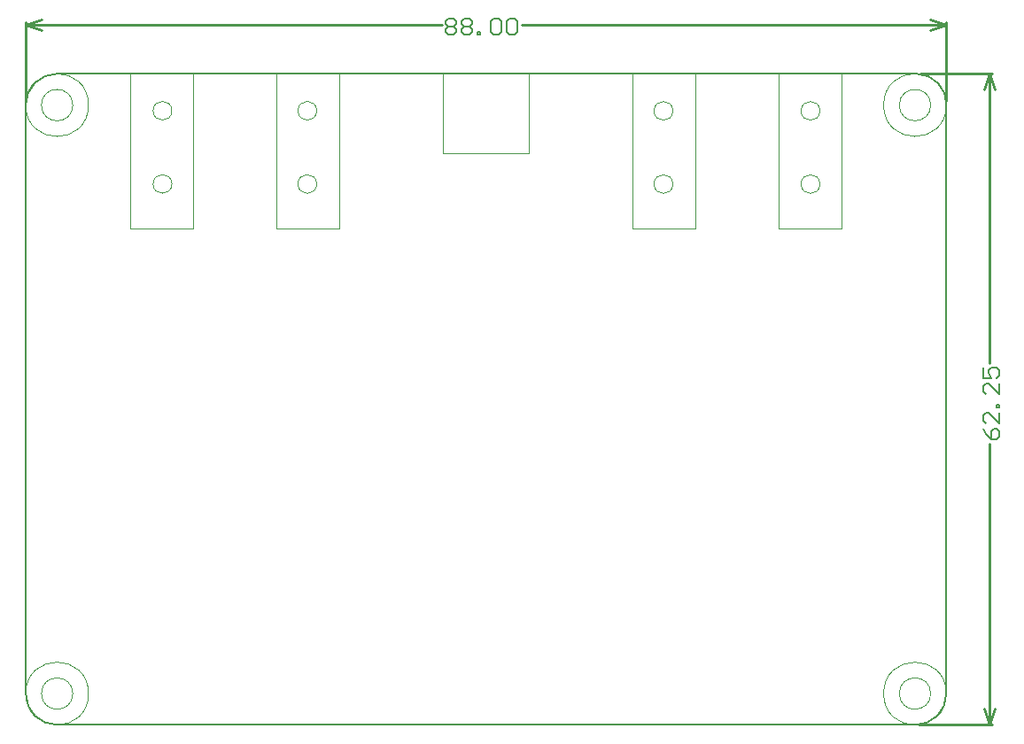
<source format=gm1>
G04*
G04 #@! TF.GenerationSoftware,Altium Limited,Altium Designer,20.0.13 (296)*
G04*
G04 Layer_Color=16711935*
%FSLAX25Y25*%
%MOIN*%
G70*
G01*
G75*
%ADD10C,0.01000*%
%ADD17C,0.00600*%
%ADD18C,0.00500*%
%ADD110C,0.00020*%
%ADD111C,0.00050*%
D10*
X1024100Y388589D02*
X1026100Y382589D01*
X1022100D02*
X1024100Y388589D01*
X1022100Y149525D02*
X1024100Y143525D01*
X1026100Y149525D01*
X1024100Y279553D02*
Y388589D01*
Y143525D02*
Y249361D01*
X998211Y388589D02*
X1025100D01*
X997421Y143525D02*
X1025100D01*
X661525Y407100D02*
X667525Y409100D01*
X661525Y407100D02*
X667525Y405100D01*
X1001982D02*
X1007982Y407100D01*
X1001982Y409100D02*
X1007982Y407100D01*
X661525D02*
X818058D01*
X848249D02*
X1007982D01*
X661525Y378055D02*
Y408100D01*
X1007982Y378437D02*
Y408100D01*
D17*
X1021701Y254960D02*
X1022701Y252961D01*
X1024700Y250961D01*
X1026699D01*
X1027699Y251961D01*
Y253960D01*
X1026699Y254960D01*
X1025700D01*
X1024700Y253960D01*
Y250961D01*
X1027699Y260958D02*
Y256959D01*
X1023700Y260958D01*
X1022701D01*
X1021701Y259958D01*
Y257959D01*
X1022701Y256959D01*
X1027699Y262958D02*
X1026699D01*
Y263957D01*
X1027699D01*
Y262958D01*
Y271955D02*
Y267956D01*
X1023700Y271955D01*
X1022701D01*
X1021701Y270955D01*
Y268955D01*
X1022701Y267956D01*
X1021701Y277953D02*
Y273954D01*
X1024700D01*
X1023700Y275953D01*
Y276953D01*
X1024700Y277953D01*
X1026699D01*
X1027699Y276953D01*
Y274954D01*
X1026699Y273954D01*
X819658Y408499D02*
X820657Y409499D01*
X822657D01*
X823656Y408499D01*
Y407500D01*
X822657Y406500D01*
X823656Y405500D01*
Y404501D01*
X822657Y403501D01*
X820657D01*
X819658Y404501D01*
Y405500D01*
X820657Y406500D01*
X819658Y407500D01*
Y408499D01*
X820657Y406500D02*
X822657D01*
X825656Y408499D02*
X826655Y409499D01*
X828655D01*
X829654Y408499D01*
Y407500D01*
X828655Y406500D01*
X829654Y405500D01*
Y404501D01*
X828655Y403501D01*
X826655D01*
X825656Y404501D01*
Y405500D01*
X826655Y406500D01*
X825656Y407500D01*
Y408499D01*
X826655Y406500D02*
X828655D01*
X831654Y403501D02*
Y404501D01*
X832654D01*
Y403501D01*
X831654D01*
X836652Y408499D02*
X837652Y409499D01*
X839651D01*
X840651Y408499D01*
Y404501D01*
X839651Y403501D01*
X837652D01*
X836652Y404501D01*
Y408499D01*
X842650D02*
X843650Y409499D01*
X845649D01*
X846649Y408499D01*
Y404501D01*
X845649Y403501D01*
X843650D01*
X842650Y404501D01*
Y408499D01*
D18*
X661525Y155336D02*
G03*
X673336Y143525I11811J0D01*
G01*
Y388615D02*
G03*
X661525Y376804I0J-11811D01*
G01*
X1007982D02*
G03*
X996961Y388589I-11402J382D01*
G01*
X996171Y143525D02*
G03*
X1007982Y155351I-8J11819D01*
G01*
X673336Y143525D02*
X996171D01*
X1007982Y155336D02*
Y377187D01*
X673336Y388616D02*
X996961Y388589D01*
X661525Y155336D02*
Y376805D01*
D110*
X960370Y374626D02*
G03*
X960370Y374626I-3543J0D01*
G01*
Y347067D02*
G03*
X960370Y347067I-3543J0D01*
G01*
X905043Y374626D02*
G03*
X905043Y374626I-3543J0D01*
G01*
Y347067D02*
G03*
X905043Y347067I-3543J0D01*
G01*
X771043Y374677D02*
G03*
X771043Y374677I-3543J0D01*
G01*
Y347118D02*
G03*
X771043Y347118I-3543J0D01*
G01*
X716543Y374677D02*
G03*
X716543Y374677I-3543J0D01*
G01*
Y347118D02*
G03*
X716543Y347118I-3543J0D01*
G01*
D111*
X996171Y143525D02*
G03*
X1007982Y155336I0J11811D01*
G01*
Y376804D02*
G03*
X996171Y388615I-11811J0D01*
G01*
X673336D02*
G03*
X661525Y376804I0J-11811D01*
G01*
Y155336D02*
G03*
X673336Y143525I11811J0D01*
G01*
X679242Y376804D02*
G03*
X679242Y376804I-5906J0D01*
G01*
X1002076D02*
G03*
X1002076Y376804I-5906J0D01*
G01*
X679242Y155336D02*
G03*
X679242Y155336I-5906J0D01*
G01*
X1002076D02*
G03*
X1002076Y155336I-5906J0D01*
G01*
X685147Y376804D02*
G03*
X685147Y376804I-11811J0D01*
G01*
X1007982D02*
G03*
X1007982Y376804I-11811J0D01*
G01*
Y155336D02*
G03*
X1007982Y155336I-11811J0D01*
G01*
X685147D02*
G03*
X685147Y155336I-11811J0D01*
G01*
X700895Y388616D02*
X724517D01*
Y330348D02*
Y388616D01*
X700895Y330348D02*
X724517D01*
X700895D02*
Y388616D01*
X818513D02*
X850994D01*
Y358616D02*
Y388616D01*
X818513Y358616D02*
X850994D01*
X818513D02*
Y388616D01*
X756013Y330348D02*
Y388616D01*
X779635D01*
Y330348D02*
Y388616D01*
X756013Y330348D02*
X779635D01*
X968612D02*
Y388616D01*
X944990D02*
X968612D01*
X944990Y330348D02*
Y388616D01*
Y330348D02*
X968612D01*
X889871D02*
Y388616D01*
Y330348D02*
X913494D01*
Y388616D01*
X889871D02*
X913494D01*
M02*

</source>
